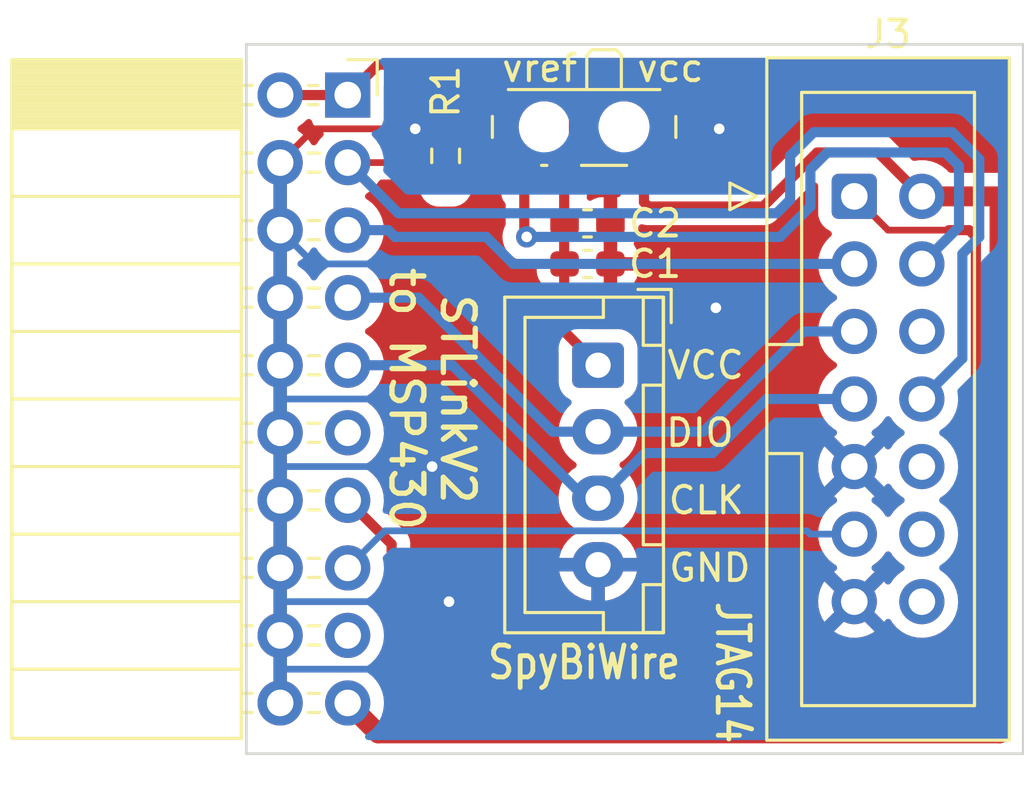
<source format=kicad_pcb>
(kicad_pcb (version 20211014) (generator pcbnew)
  (layers (0 "F.Cu" mixed) (31 "B.Cu" mixed) (35 "F.Paste" user) (37 "F.SilkS" user "F.Silkscreen") (38 "B.Mask" user) (39 "F.Mask" user) (44 "Edge.Cuts" user))
  (net 0 "")
  (net 1 "/VT")
  (net 2 "GND")
  (net 3 "+3.3V")
  (net 4 "/nTRST")
  (net 5 "/TDI")
  (net 6 "/TMS_DIO")
  (net 7 "/TCK_CLK")
  (net 9 "/RST")
  (net 11 "/TDO")
  (net 12 "Net-(J3-Pad4)")
  (footprint "Connector_IDC:IDC-Header_2x07_P2.54mm_Vertical" (layer "F.Cu") (at 138.43 85.09)
    (fp_text reference "J3" (at 1.27 -6.1) (layer "F.SilkS"))
    (fp_text value "MSP430")
    (fp_line (start 5.83 -5.21) (end 5.83 20.45) (layer "F.SilkS") (width 0.12))
    (fp_line (start -3.29 -5.21) (end 5.83 -5.21) (layer "F.SilkS") (width 0.12))
    (fp_line (start -4.68 -0.5) (end -4.68 0.5) (layer "F.SilkS") (width 0.12))
    (fp_line (start -3.29 20.45) (end -3.29 -5.21) (layer "F.SilkS") (width 0.12))
    (fp_line (start -1.98 19.15) (end -1.98 9.67) (layer "F.SilkS") (width 0.12))
    (fp_line (start -4.68 0.5) (end -3.68 0) (layer "F.SilkS") (width 0.12))
    (fp_line (start -1.98 5.57) (end -1.98 -3.91) (layer "F.SilkS") (width 0.12))
    (fp_line (start -1.98 9.67) (end -1.98 9.67) (layer "F.SilkS") (width 0.12))
    (fp_line (start -1.98 -3.91) (end 4.52 -3.91) (layer "F.SilkS") (width 0.12))
    (fp_line (start -3.68 0) (end -4.68 -0.5) (layer "F.SilkS") (width 0.12))
    (fp_line (start 4.52 19.15) (end -1.98 19.15) (layer "F.SilkS") (width 0.12))
    (fp_line (start 5.83 20.45) (end -3.29 20.45) (layer "F.SilkS") (width 0.12))
    (fp_line (start -3.29 5.57) (end -1.98 5.57) (layer "F.SilkS") (width 0.12))
    (fp_line (start -1.98 9.67) (end -3.29 9.67) (layer "F.SilkS") (width 0.12))
    (fp_line (start 4.52 -3.91) (end 4.52 19.15) (layer "F.SilkS") (width 0.12))
    (pad "1" thru_hole roundrect (at 0 0) (size 1.7 1.7) (drill 1) (layers *.Cu *.Mask) (roundrect_rratio 0.147059) (net 11 "/TDO"))
    (pad "2" thru_hole circle (at 2.54 0) (size 1.7 1.7) (drill 1) (layers *.Cu *.Mask) (net 3 "+3.3V"))
    (pad "3" thru_hole circle (at 0 2.54) (size 1.7 1.7) (drill 1) (layers *.Cu *.Mask) (net 5 "/TDI"))
    (pad "4" thru_hole circle (at 2.54 2.54) (size 1.7 1.7) (drill 1) (layers *.Cu *.Mask) (net 12 "Net-(J3-Pad4)"))
    (pad "5" thru_hole circle (at 0 5.08) (size 1.7 1.7) (drill 1) (layers *.Cu *.Mask) (net 6 "/TMS_DIO"))
    (pad "6" thru_hole circle (at 2.54 5.08) (size 1.7 1.7) (drill 1) (layers *.Cu *.Mask))
    (pad "7" thru_hole circle (at 0 7.62) (size 1.7 1.7) (drill 1) (layers *.Cu *.Mask) (net 7 "/TCK_CLK"))
    (pad "8" thru_hole circle (at 2.54 7.62) (size 1.7 1.7) (drill 1) (layers *.Cu *.Mask) (net 4 "/nTRST"))
    (pad "9" thru_hole circle (at 0 10.16) (size 1.7 1.7) (drill 1) (layers *.Cu *.Mask) (net 2 "GND"))
    (pad "10" thru_hole circle (at 2.54 10.16) (size 1.7 1.7) (drill 1) (layers *.Cu *.Mask))
    (pad "11" thru_hole circle (at 0 12.7) (size 1.7 1.7) (drill 1) (layers *.Cu *.Mask) (net 9 "/RST"))
    (pad "12" thru_hole circle (at 2.54 12.7) (size 1.7 1.7) (drill 1) (layers *.Cu *.Mask))
    (pad "13" thru_hole circle (at 0 15.24) (size 1.7 1.7) (drill 1) (layers *.Cu *.Mask) (net 2 "GND"))
    (pad "14" thru_hole circle (at 2.54 15.24) (size 1.7 1.7) (drill 1) (layers *.Cu *.Mask))
  )
  (footprint "Capacitor_SMD:C_0603_1608Metric_Pad1.08x0.95mm_HandSolder" (layer "F.Cu") (at 128.397 87.63)
    (fp_text reference "C1" (at 2.54 0) (layer "F.SilkS"))
    (fp_text value "100n")
    (fp_line (start -0.146267 -0.51) (end 0.146267 -0.51) (layer "F.SilkS") (width 0.12))
    (fp_line (start -0.146267 0.51) (end 0.146267 0.51) (layer "F.SilkS") (width 0.12))
    (pad "1" smd roundrect (at -0.8625 0) (size 1.075 0.95) (layers "F.Cu" "F.Paste" "F.Mask") (net 1 "/VT"))
    (pad "2" smd roundrect (at 0.8625 0) (size 1.075 0.95) (layers "F.Cu" "F.Paste" "F.Mask") (net 2 "GND"))
  )
  (footprint "Resistor_SMD:R_0603_1608Metric_Pad0.98x0.95mm_HandSolder" (layer "F.Cu") (at 123.063 83.566 90)
    (fp_text reference "R1" (at 2.413 0 90) (layer "F.SilkS"))
    (fp_text value "10K")
    (fp_line (start -0.254724 -0.5225) (end 0.254724 -0.5225) (layer "F.SilkS") (width 0.12))
    (fp_line (start -0.254724 0.5225) (end 0.254724 0.5225) (layer "F.SilkS") (width 0.12))
    (pad "1" smd roundrect (at -0.9125 0 90) (size 0.975 0.95) (layers "F.Cu" "F.Paste" "F.Mask") (net 4 "/nTRST"))
    (pad "2" smd roundrect (at 0.9125 0 90) (size 0.975 0.95) (layers "F.Cu" "F.Paste" "F.Mask") (net 2 "GND"))
  )
  (footprint "lib:SW_SPDT_PCM12" (layer "F.Cu") (at 128.27 82.804 180)
    (fp_text reference "SW1" hide)
    (fp_text value "VCC")
    (fp_line (start 3.45 0.72) (end 3.45 -0.07) (layer "F.SilkS") (width 0.12))
    (fp_line (start -0.1 3.02) (end -0.3 3.23) (layer "F.SilkS") (width 0.12))
    (fp_line (start -3.45 -0.07) (end -3.45 0.72) (layer "F.SilkS") (width 0.12))
    (fp_line (start -0.1 3.02) (end -0.1 1.73) (layer "F.SilkS") (width 0.12))
    (fp_line (start -1.2 3.23) (end -0.3 3.23) (layer "F.SilkS") (width 0.12))
    (fp_line (start 1.4 -1.12) (end 1.6 -1.12) (layer "F.SilkS") (width 0.12))
    (fp_line (start -2.85 1.73) (end 2.85 1.73) (layer "F.SilkS") (width 0.12))
    (fp_line (start -1.4 1.73) (end -1.4 3.02) (layer "F.SilkS") (width 0.12))
    (fp_line (start -1.6 -1.12) (end 0.1 -1.12) (layer "F.SilkS") (width 0.12))
    (fp_line (start -1.4 3.02) (end -1.2 3.23) (layer "F.SilkS") (width 0.12))
    (pad "" np_thru_hole circle (at -1.5 0.33 180) (size 0.9 0.9) (drill 0.9) (layers *.Cu *.Mask))
    (pad "" np_thru_hole circle (at 1.5 0.33 180) (size 0.9 0.9) (drill 0.9) (layers *.Cu *.Mask))
    (pad "1" smd rect (at -2.25 -1.43 180) (size 0.7 1.5) (layers "F.Cu" "F.Paste" "F.Mask") (net 3 "+3.3V"))
    (pad "2" smd rect (at 0.75 -1.43 180) (size 0.7 1.5) (layers "F.Cu" "F.Paste" "F.Mask") (net 1 "/VT"))
    (pad "3" smd rect (at 2.25 -1.43 180) (size 0.7 1.5) (layers "F.Cu" "F.Paste" "F.Mask") (net 12 "Net-(J3-Pad4)"))
    (pad "4" smd rect (at -3.65 1.43 180) (size 1 0.8) (layers "F.Cu" "F.Paste" "F.Mask") (net 2 "GND"))
    (pad "4" smd rect (at 3.65 1.43 180) (size 1 0.8) (layers "F.Cu" "F.Paste" "F.Mask") (net 2 "GND"))
    (pad "4" smd rect (at -3.65 -0.78 180) (size 1 0.8) (layers "F.Cu" "F.Paste" "F.Mask") (net 2 "GND"))
    (pad "4" smd rect (at 3.65 -0.78 180) (size 1 0.8) (layers "F.Cu" "F.Paste" "F.Mask") (net 2 "GND"))
  )
  (footprint "Connector_JST:JST_XH_B4B-XH-A_1x04_P2.50mm_Vertical" (layer "F.Cu") (at 128.795 91.44 -90)
    (fp_text reference "J2" hide)
    (fp_text value "SpiBiWire")
    (fp_line (start 10.06 -2.46) (end -2.56 -2.46) (layer "F.SilkS") (width 0.12))
    (fp_line (start 10.05 -1.7) (end 10.05 -2.45) (layer "F.SilkS") (width 0.12))
    (fp_line (start -1.6 -2.75) (end -2.85 -2.75) (layer "F.SilkS") (width 0.12))
    (fp_line (start 8.25 -2.45) (end 8.25 -1.7) (layer "F.SilkS") (width 0.12))
    (fp_line (start -0.75 -2.45) (end -2.55 -2.45) (layer "F.SilkS") (width 0.12))
    (fp_line (start 0.75 -1.7) (end 6.75 -1.7) (layer "F.SilkS") (width 0.12))
    (fp_line (start -0.75 -1.7) (end -0.75 -2.45) (layer "F.SilkS") (width 0.12))
    (fp_line (start 9.3 -0.2) (end 9.3 2.75) (layer "F.SilkS") (width 0.12))
    (fp_line (start -2.55 -1.7) (end -0.75 -1.7) (layer "F.SilkS") (width 0.12))
    (fp_line (start 10.05 -2.45) (end 8.25 -2.45) (layer "F.SilkS") (width 0.12))
    (fp_line (start -2.56 3.51) (end 10.06 3.51) (layer "F.SilkS") (width 0.12))
    (fp_line (start -1.8 2.75) (end 3.75 2.75) (layer "F.SilkS") (width 0.12))
    (fp_line (start 0.75 -2.45) (end 0.75 -1.7) (layer "F.SilkS") (width 0.12))
    (fp_line (start -2.55 -2.45) (end -2.55 -1.7) (layer "F.SilkS") (width 0.12))
    (fp_line (start 6.75 -1.7) (end 6.75 -2.45) (layer "F.SilkS") (width 0.12))
    (fp_line (start -2.55 -0.2) (end -1.8 -0.2) (layer "F.SilkS") (width 0.12))
    (fp_line (start 6.75 -2.45) (end 0.75 -2.45) (layer "F.SilkS") (width 0.12))
    (fp_line (start 10.06 3.51) (end 10.06 -2.46) (layer "F.SilkS") (width 0.12))
    (fp_line (start 9.3 2.75) (end 3.75 2.75) (layer "F.SilkS") (width 0.12))
    (fp_line (start -1.8 -0.2) (end -1.8 2.75) (layer "F.SilkS") (width 0.12))
    (fp_line (start 10.05 -0.2) (end 9.3 -0.2) (layer "F.SilkS") (width 0.12))
    (fp_line (start -2.85 -2.75) (end -2.85 -1.5) (layer "F.SilkS") (width 0.12))
    (fp_line (start -2.56 -2.46) (end -2.56 3.51) (layer "F.SilkS") (width 0.12))
    (fp_line (start 8.25 -1.7) (end 10.05 -1.7) (layer "F.SilkS") (width 0.12))
    (pad "1" thru_hole roundrect (at 0 0 270) (size 1.7 1.95) (drill 0.95) (layers *.Cu *.Mask) (roundrect_rratio 0.147059) (net 1 "/VT"))
    (pad "2" thru_hole oval (at 2.5 0 270) (size 1.7 1.95) (drill 0.95) (layers *.Cu *.Mask) (net 6 "/TMS_DIO"))
    (pad "3" thru_hole oval (at 5 0 270) (size 1.7 1.95) (drill 0.95) (layers *.Cu *.Mask) (net 7 "/TCK_CLK"))
    (pad "4" thru_hole oval (at 7.5 0 270) (size 1.7 1.95) (drill 0.95) (layers *.Cu *.Mask) (net 2 "GND"))
  )
  (footprint "Connector_PinSocket_2.54mm:PinSocket_2x10_P2.54mm_Horizontal" (layer "F.Cu") (at 119.38 81.28)
    (fp_text reference "J1" hide)
    (fp_text value "STLINK" hide)
    (fp_line (start -12.63 0.561425) (end -4 0.561425) (layer "F.SilkS") (width 0.12))
    (fp_line (start -4 23.22) (end -3.59 23.22) (layer "F.SilkS") (width 0.12))
    (fp_line (start -12.63 1.27) (end -4 1.27) (layer "F.SilkS") (width 0.12))
    (fp_line (start -4 19.96) (end -3.59 19.96) (layer "F.SilkS") (width 0.12))
    (fp_line (start -12.63 1.1519) (end -4 1.1519) (layer "F.SilkS") (width 0.12))
    (fp_line (start -4 18.14) (end -3.59 18.14) (layer "F.SilkS") (width 0.12))
    (fp_line (start -12.63 -0.02905) (end -4 -0.02905) (layer "F.SilkS") (width 0.12))
    (fp_line (start -12.63 -0.147145) (end -4 -0.147145) (layer "F.SilkS") (width 0.12))
    (fp_line (start -12.63 -0.26524) (end -4 -0.26524) (layer "F.SilkS") (width 0.12))
    (fp_line (start -12.63 0.91571) (end -4 0.91571) (layer "F.SilkS") (width 0.12))
    (fp_line (start -12.63 -1.33) (end -4 -1.33) (layer "F.SilkS") (width 0.12))
    (fp_line (start -4 9.8) (end -3.59 9.8) (layer "F.SilkS") (width 0.12))
    (fp_line (start -12.63 0.325235) (end -4 0.325235) (layer "F.SilkS") (width 0.12))
    (fp_line (start -1.49 19.96) (end -1.05 19.96) (layer "F.SilkS") (width 0.12))
    (fp_line (start -12.63 16.51) (end -4 16.51) (layer "F.SilkS") (width 0.12))
    (fp_line (start -4 -1.33) (end -4 24.19) (layer "F.SilkS") (width 0.12))
    (fp_line (start -12.63 -1.33) (end -12.63 24.19) (layer "F.SilkS") (width 0.12))
    (fp_line (start -1.49 5.44) (end -1.05 5.44) (layer "F.SilkS") (width 0.12))
    (fp_line (start -12.63 6.35) (end -4 6.35) (layer "F.SilkS") (width 0.12))
    (fp_line (start -4 22.5) (end -3.59 22.5) (layer "F.SilkS") (width 0.12))
    (fp_line (start -12.63 -1.21) (end -4 -1.21) (layer "F.SilkS") (width 0.12))
    (fp_line (start -4 14.88) (end -3.59 14.88) (layer "F.SilkS") (width 0.12))
    (fp_line (start -12.63 0.44333) (end -4 0.44333) (layer "F.SilkS") (width 0.12))
    (fp_line (start -12.63 -1.091905) (end -4 -1.091905) (layer "F.SilkS") (width 0.12))
    (fp_line (start -1.49 20.68) (end -1.05 20.68) (layer "F.SilkS") (width 0.12))
    (fp_line (start -12.63 19.05) (end -4 19.05) (layer "F.SilkS") (width 0.12))
    (fp_line (start -12.63 0.797615) (end -4 0.797615) (layer "F.SilkS") (width 0.12))
    (fp_line (start -4 7.26) (end -3.59 7.26) (layer "F.SilkS") (width 0.12))
    (fp_line (start -12.63 -0.855715) (end -4 -0.855715) (layer "F.SilkS") (width 0.12))
    (fp_line (start -4 10.52) (end -3.59 10.52) (layer "F.SilkS") (width 0.12))
    (fp_line (start -1.49 2.18) (end -1.05 2.18) (layer "F.SilkS") (width 0.12))
    (fp_line (start -12.63 -0.97381) (end -4 -0.97381) (layer "F.SilkS") (width 0.12))
    (fp_line (start -12.63 -0.383335) (end -4 -0.383335) (layer "F.SilkS") (width 0.12))
    (fp_line (start -1.49 2.9) (end -1.05 2.9) (layer "F.SilkS") (width 0.12))
    (fp_line (start -1.49 22.5) (end -1.05 22.5) (layer "F.SilkS") (width 0.12))
    (fp_line (start -1.49 13.06) (end -1.05 13.06) (layer "F.SilkS") (width 0.12))
    (fp_line (start -12.63 -0.50143) (end -4 -0.50143) (layer "F.SilkS") (width 0.12))
    (fp_line (start -12.63 0.20714) (end -4 0.20714) (layer "F.SilkS") (width 0.12))
    (fp_line (start -12.63 0.089045) (end -4 0.089045) (layer "F.SilkS") (width 0.12))
    (fp_line (start -4 5.44) (end -3.59 5.44) (layer "F.SilkS") (width 0.12))
    (fp_line (start -4 4.72) (end -3.59 4.72) (layer "F.SilkS") (width 0.12))
    (fp_line (start -1.49 7.98) (end -1.05 7.98) (layer "F.SilkS") (width 0.12))
    (fp_line (start -4 2.9) (end -3.59 2.9) (layer "F.SilkS") (width 0.12))
    (fp_line (start -12.63 1.033805) (end -4 1.033805) (layer "F.SilkS") (width 0.12))
    (fp_line (start -1.49 12.34) (end -1.05 12.34) (layer "F.SilkS") (width 0.12))
    (fp_line (start -12.63 11.43) (end -4 11.43) (layer "F.SilkS") (width 0.12))
    (fp_line (start -4 13.06) (end -3.59 13.06) (layer "F.SilkS") (width 0.12))
    (fp_line (start -1.49 0.36) (end -1.11 0.36) (layer "F.SilkS") (width 0.12))
    (fp_line (start -1.49 14.88) (end -1.05 14.88) (layer "F.SilkS") (width 0.12))
    (fp_line (start -4 2.18) (end -3.59 2.18) (layer "F.SilkS") (width 0.12))
    (fp_line (start -12.63 -0.619525) (end -4 -0.619525) (layer "F.SilkS") (width 0.12))
    (fp_line (start -1.49 17.42) (end -1.05 17.42) (layer "F.SilkS") (width 0.12))
    (fp_line (start -4 15.6) (end -3.59 15.6) (layer "F.SilkS") (width 0.12))
    (fp_line (start -4 20.68) (end -3.59 20.68) (layer "F.SilkS") (width 0.12))
    (fp_line (start -1.49 7.26) (end -1.05 7.26) (layer "F.SilkS") (width 0.12))
    (fp_line (start -1.49 9.8) (end -1.05 9.8) (layer "F.SilkS") (width 0.12))
    (fp_line (start -12.63 -0.73762) (end -4 -0.73762) (layer "F.SilkS") (width 0.12))
    (fp_line (start -12.63 13.97) (end -4 13.97) (layer "F.SilkS") (width 0.12))
    (fp_line (start 0 -1.33) (end 1.11 -1.33) (layer "F.SilkS") (width 0.12))
    (fp_line (start -1.49 15.6) (end -1.05 15.6) (layer "F.SilkS") (width 0.12))
    (fp_line (start -1.49 10.52) (end -1.05 10.52) (layer "F.SilkS") (width 0.12))
    (fp_line (start -12.63 24.19) (end -4 24.19) (layer "F.SilkS") (width 0.12))
    (fp_line (start -1.49 18.14) (end -1.05 18.14) (layer "F.SilkS") (width 0.12))
    (fp_line (start -4 12.34) (end -3.59 12.34) (layer "F.SilkS") (width 0.12))
    (fp_line (start -1.49 4.72) (end -1.05 4.72) (layer "F.SilkS") (width 0.12))
    (fp_line (start -4 17.42) (end -3.59 17.42) (layer "F.SilkS") (width 0.12))
    (fp_line (start -4 7.98) (end -3.59 7.98) (layer "F.SilkS") (width 0.12))
    (fp_line (start -12.63 3.81) (end -4 3.81) (layer "F.SilkS") (width 0.12))
    (fp_line (start -1.49 -0.36) (end -1.11 -0.36) (layer "F.SilkS") (width 0.12))
    (fp_line (start 1.11 -1.33) (end 1.11 0) (layer "F.SilkS") (width 0.12))
    (fp_line (start -12.63 0.67952) (end -4 0.67952) (layer "F.SilkS") (width 0.12))
    (fp_line (start -12.63 21.59) (end -4 21.59) (layer "F.SilkS") (width 0.12))
    (fp_line (start -4 -0.36) (end -3.59 -0.36) (layer "F.SilkS") (width 0.12))
    (fp_line (start -12.63 8.89) (end -4 8.89) (layer "F.SilkS") (width 0.12))
    (fp_line (start -4 0.36) (end -3.59 0.36) (layer "F.SilkS") (width 0.12))
    (fp_line (start -1.49 23.22) (end -1.05 23.22) (layer "F.SilkS") (width 0.12))
    (pad "1" thru_hole rect locked (at 0 0) (size 1.7 1.7) (drill 1) (layers *.Cu *.Mask) (net 1 "/VT"))
    (pad "2" thru_hole oval locked (at -2.54 0) (size 1.7 1.7) (drill 1) (layers *.Cu *.Mask) (net 1 "/VT"))
    (pad "3" thru_hole oval locked (at 0 2.54) (size 1.7 1.7) (drill 1) (layers *.Cu *.Mask) (net 4 "/nTRST"))
    (pad "4" thru_hole oval locked (at -2.54 2.54) (size 1.7 1.7) (drill 1) (layers *.Cu *.Mask) (net 2 "GND"))
    (pad "5" thru_hole oval locked (at 0 5.08) (size 1.7 1.7) (drill 1) (layers *.Cu *.Mask) (net 5 "/TDI"))
    (pad "6" thru_hole oval locked (at -2.54 5.08) (size 1.7 1.7) (drill 1) (layers *.Cu *.Mask) (net 2 "GND"))
    (pad "7" thru_hole oval locked (at 0 7.62) (size 1.7 1.7) (drill 1) (layers *.Cu *.Mask) (net 6 "/TMS_DIO"))
    (pad "8" thru_hole oval locked (at -2.54 7.62) (size 1.7 1.7) (drill 1) (layers *.Cu *.Mask) (net 2 "GND"))
    (pad "9" thru_hole oval locked (at 0 10.16) (size 1.7 1.7) (drill 1) (layers *.Cu *.Mask) (net 7 "/TCK_CLK"))
    (pad "10" thru_hole oval locked (at -2.54 10.16) (size 1.7 1.7) (drill 1) (layers *.Cu *.Mask) (net 2 "GND"))
    (pad "11" thru_hole oval locked (at 0 12.7) (size 1.7 1.7) (drill 1) (layers *.Cu *.Mask))
    (pad "12" thru_hole oval locked (at -2.54 12.7) (size 1.7 1.7) (drill 1) (layers *.Cu *.Mask) (net 2 "GND"))
    (pad "13" thru_hole oval locked (at 0 15.24) (size 1.7 1.7) (drill 1) (layers *.Cu *.Mask) (net 11 "/TDO"))
    (pad "14" thru_hole oval locked (at -2.54 15.24) (size 1.7 1.7) (drill 1) (layers *.Cu *.Mask) (net 2 "GND"))
    (pad "15" thru_hole oval locked (at 0 17.78) (size 1.7 1.7) (drill 1) (layers *.Cu *.Mask) (net 9 "/RST"))
    (pad "16" thru_hole oval locked (at -2.54 17.78) (size 1.7 1.7) (drill 1) (layers *.Cu *.Mask) (net 2 "GND"))
    (pad "17" thru_hole oval locked (at 0 20.32) (size 1.7 1.7) (drill 1) (layers *.Cu *.Mask))
    (pad "18" thru_hole oval locked (at -2.54 20.32) (size 1.7 1.7) (drill 1) (layers *.Cu *.Mask) (net 2 "GND"))
    (pad "19" thru_hole oval locked (at 0 22.86) (size 1.7 1.7) (drill 1) (layers *.Cu *.Mask) (net 3 "+3.3V"))
    (pad "20" thru_hole oval locked (at -2.54 22.86) (size 1.7 1.7) (drill 1) (layers *.Cu *.Mask) (net 2 "GND"))
  )
  (footprint "Capacitor_SMD:C_0603_1608Metric_Pad1.08x0.95mm_HandSolder" (layer "F.Cu") (at 128.397 86.106)
    (fp_text reference "C2" (at 2.54 0) (layer "F.SilkS"))
    (fp_text value "10µ")
    (fp_line (start -0.146267 0.51) (end 0.146267 0.51) (layer "F.SilkS") (width 0.12))
    (fp_line (start -0.146267 -0.51) (end 0.146267 -0.51) (layer "F.SilkS") (width 0.12))
    (pad "1" smd roundrect (at -0.8625 0) (size 1.075 0.95) (layers "F.Cu" "F.Paste" "F.Mask") (net 1 "/VT"))
    (pad "2" smd roundrect (at 0.8625 0) (size 1.075 0.95) (layers "F.Cu" "F.Paste" "F.Mask") (net 2 "GND"))
  )
  (gr_line (start 144.78 79.375) (end 144.78 106.045) (layer "Edge.Cuts") (width 0.1))
  (gr_line (start 115.57 79.375) (end 144.78 79.375) (layer "Edge.Cuts") (width 0.1))
  (gr_line (start 115.57 79.375) (end 115.57 106.045) (layer "Edge.Cuts") (width 0.1))
  (gr_line (start 144.78 106.045) (end 115.57 106.045) (layer "Edge.Cuts") (width 0.1))
  (gr_text "vref" (at 125.095 80.264) (layer "F.SilkS") (effects (font (size 1 1)) (justify left)))
  (gr_text "vcc" (at 130.175 80.264) (layer "F.SilkS") (effects (font (size 1 1)) (justify left)))
  (gr_text "SpyBiWire" (at 128.27 102.616) (layer "F.SilkS") (effects (font (size 1.2 1) (thickness 0.18))))
  (gr_text "VCC" (at 134.366 91.44) (layer "F.SilkS") (effects (font (size 1 1)) (justify right)))
  (gr_text "STLinkV2\nto MSP430" (at 122.555 92.71 270) (layer "F.SilkS") (effects (font (size 1.2 1.2) (thickness 0.2))))
  (gr_text "JTAG14" (at 133.858 102.997 270) (layer "F.SilkS") (effects (font (size 1.2 1) (thickness 0.18))))
  (gr_text "CLK" (at 134.366 96.52) (layer "F.SilkS") (effects (font (size 1 1)) (justify right)))
  (gr_text "DIO" (at 133.985 93.98) (layer "F.SilkS") (effects (font (size 1 1)) (justify right)))
  (gr_text "GND" (at 134.62 99.06) (layer "F.SilkS") (effects (font (size 1 1)) (justify right)))
  (segment (start 127.52 90.165) (end 128.795 91.44) (width 0.381) (layer "F.Cu") (net 1))
  (segment (start 120.523 80.137) (end 127.254 80.137) (width 0.381) (layer "F.Cu") (net 1))
  (segment (start 127.52 84.234) (end 127.52 90.165) (width 0.381) (layer "F.Cu") (net 1))
  (segment (start 119.38 81.28) (end 120.523 80.137) (width 0.381) (layer "F.Cu") (net 1))
  (segment (start 127.889 80.772) (end 127.889 83.865) (width 0.381) (layer "F.Cu") (net 1))
  (segment (start 127.889 83.865) (end 127.52 84.234) (width 0.381) (layer "F.Cu") (net 1))
  (segment (start 127.254 80.137) (end 127.889 80.772) (width 0.381) (layer "F.Cu") (net 1))
  (segment (start 119.38 81.28) (end 116.84 81.28) (width 0.381) (layer "F.Cu") (net 1))
  (segment (start 116.84 83.82) (end 118.11 82.55) (width 0.254) (layer "F.Cu") (net 2))
  (segment (start 121.92 82.55) (end 122.9595 82.55) (width 0.254) (layer "F.Cu") (net 2))
  (segment (start 118.11 82.55) (end 121.92 82.55) (width 0.254) (layer "F.Cu") (net 2))
  (segment (start 122.9595 82.55) (end 123.063 82.6535) (width 0.254) (layer "F.Cu") (net 2))
  (via (at 133.223 89.281) (size 0.8) (drill 0.4) (layers "F.Cu" "B.Cu") (net 2))
  (via (at 121.92 82.55) (size 0.8) (drill 0.4) (layers "F.Cu" "B.Cu") (net 2))
  (via (at 133.35 82.55) (size 0.8) (drill 0.4) (layers "F.Cu" "B.Cu") (net 2))
  (via (at 122.555 95.25) (size 0.8) (drill 0.4) (layers "F.Cu" "B.Cu") (net 2))
  (via (at 123.19 100.33) (size 0.8) (drill 0.4) (layers "F.Cu" "B.Cu") (net 2))
  (segment (start 133.096 89.408) (end 133.223 89.281) (width 0.254) (layer "B.Cu") (net 2))
  (segment (start 116.84 99.06) (end 116.84 100.33) (width 0.254) (layer "B.Cu") (net 2))
  (segment (start 123.952 87.63) (end 125.73 89.408) (width 0.254) (layer "B.Cu") (net 2))
  (segment (start 122.047 92.71) (end 122.555 93.218) (width 0.254) (layer "B.Cu") (net 2))
  (segment (start 123.19 102.87) (end 116.84 102.87) (width 0.254) (layer "B.Cu") (net 2))
  (segment (start 116.84 93.98) (end 116.84 95.377) (width 0.381) (layer "B.Cu") (net 2))
  (segment (start 123.19 100.33) (end 123.19 102.87) (width 0.254) (layer "B.Cu") (net 2))
  (segment (start 125.73 89.408) (end 133.096 89.408) (width 0.254) (layer "B.Cu") (net 2))
  (segment (start 118.11 87.63) (end 123.952 87.63) (width 0.254) (layer "B.Cu") (net 2))
  (segment (start 116.84 102.87) (end 116.84 104.14) (width 0.254) (layer "B.Cu") (net 2))
  (segment (start 122.555 93.218) (end 122.555 95.25) (width 0.254) (layer "B.Cu") (net 2))
  (segment (start 116.84 100.33) (end 116.84 101.6) (width 0.254) (layer "B.Cu") (net 2))
  (segment (start 116.84 95.377) (end 116.84 96.52) (width 0.381) (layer "B.Cu") (net 2))
  (segment (start 122.555 95.25) (end 116.967 95.25) (width 0.254) (layer "B.Cu") (net 2))
  (segment (start 123.19 100.33) (end 116.84 100.33) (width 0.254) (layer "B.Cu") (net 2))
  (segment (start 116.84 92.71) (end 122.047 92.71) (width 0.254) (layer "B.Cu") (net 2))
  (segment (start 116.84 86.36) (end 118.11 87.63) (width 0.254) (layer "B.Cu") (net 2))
  (segment (start 116.84 101.6) (end 116.84 102.87) (width 0.254) (layer "B.Cu") (net 2))
  (segment (start 116.967 95.25) (end 116.84 95.377) (width 0.254) (layer "B.Cu") (net 2))
  (segment (start 116.84 91.44) (end 116.84 92.71) (width 0.254) (layer "B.Cu") (net 2))
  (segment (start 130.52 84.234) (end 130.52 85.308) (width 0.381) (layer "F.Cu") (net 3))
  (segment (start 120.523 105.283) (end 119.38 104.14) (width 0.75) (layer "F.Cu") (net 3))
  (segment (start 140.97 85.09) (end 143.891 85.09) (width 0.75) (layer "F.Cu") (net 3))
  (segment (start 137.033 83.439) (end 139.319 83.439) (width 0.381) (layer "F.Cu") (net 3))
  (segment (start 130.52 85.308) (end 130.683 85.471) (width 0.381) (layer "F.Cu") (net 3))
  (segment (start 143.891 105.283) (end 120.523 105.283) (width 0.75) (layer "F.Cu") (net 3))
  (segment (start 130.683 85.471) (end 135.001 85.471) (width 0.381) (layer "F.Cu") (net 3))
  (segment (start 143.891 85.09) (end 143.891 105.283) (width 0.75) (layer "F.Cu") (net 3))
  (segment (start 135.001 85.471) (end 137.033 83.439) (width 0.381) (layer "F.Cu") (net 3))
  (segment (start 139.319 83.439) (end 140.97 85.09) (width 0.381) (layer "F.Cu") (net 3))
  (segment (start 119.38 83.82) (end 122.4045 83.82) (width 0.254) (layer "F.Cu") (net 4))
  (segment (start 122.4045 83.82) (end 123.063 84.4785) (width 0.254) (layer "F.Cu") (net 4))
  (segment (start 136.906 82.677) (end 142.113 82.677) (width 0.381) (layer "B.Cu") (net 4))
  (segment (start 119.38 83.82) (end 121.285 85.725) (width 0.381) (layer "B.Cu") (net 4))
  (segment (start 142.494 87.249) (end 142.494 91.186) (width 0.381) (layer "B.Cu") (net 4))
  (segment (start 143.129 86.614) (end 142.494 87.249) (width 0.381) (layer "B.Cu") (net 4))
  (segment (start 143.129 83.693) (end 143.129 86.614) (width 0.381) (layer "B.Cu") (net 4))
  (segment (start 136.017 85.217) (end 135.509 85.725) (width 0.381) (layer "B.Cu") (net 4))
  (segment (start 121.285 85.725) (end 135.509 85.725) (width 0.381) (layer "B.Cu") (net 4))
  (segment (start 142.113 82.677) (end 143.129 83.693) (width 0.381) (layer "B.Cu") (net 4))
  (segment (start 136.017 83.566) (end 136.906 82.677) (width 0.381) (layer "B.Cu") (net 4))
  (segment (start 136.017 85.217) (end 136.017 83.566) (width 0.381) (layer "B.Cu") (net 4))
  (segment (start 142.494 91.186) (end 140.97 92.71) (width 0.381) (layer "B.Cu") (net 4))
  (segment (start 124.587 86.614) (end 125.603 87.63) (width 0.381) (layer "B.Cu") (net 5))
  (segment (start 119.38 86.36) (end 120.904 86.36) (width 0.381) (layer "B.Cu") (net 5))
  (segment (start 125.603 87.63) (end 138.43 87.63) (width 0.381) (layer "B.Cu") (net 5))
  (segment (start 121.158 86.614) (end 124.587 86.614) (width 0.381) (layer "B.Cu") (net 5))
  (segment (start 120.904 86.36) (end 121.158 86.614) (width 0.381) (layer "B.Cu") (net 5))
  (segment (start 128.795 93.94) (end 132.755 93.94) (width 0.381) (layer "B.Cu") (net 6))
  (segment (start 122.047 88.9) (end 127.087 93.94) (width 0.381) (layer "B.Cu") (net 6))
  (segment (start 136.525 90.17) (end 132.755 93.94) (width 0.381) (layer "B.Cu") (net 6))
  (segment (start 119.38 88.9) (end 122.047 88.9) (width 0.381) (layer "B.Cu") (net 6))
  (segment (start 138.43 90.17) (end 136.525 90.17) (width 0.381) (layer "B.Cu") (net 6))
  (segment (start 127.087 93.94) (end 128.795 93.94) (width 0.381) (layer "B.Cu") (net 6))
  (segment (start 128.317 96.44) (end 128.795 96.44) (width 0.381) (layer "B.Cu") (net 7))
  (segment (start 123.317 91.44) (end 128.317 96.44) (width 0.381) (layer "B.Cu") (net 7))
  (segment (start 138.43 92.71) (end 135.128 92.71) (width 0.381) (layer "B.Cu") (net 7))
  (segment (start 119.38 91.44) (end 123.317 91.44) (width 0.381) (layer "B.Cu") (net 7))
  (segment (start 130.556 94.742) (end 128.858 96.44) (width 0.381) (layer "B.Cu") (net 7))
  (segment (start 128.858 96.44) (end 128.795 96.44) (width 0.381) (layer "B.Cu") (net 7))
  (segment (start 133.096 94.742) (end 130.556 94.742) (width 0.381) (layer "B.Cu") (net 7))
  (segment (start 135.128 92.71) (end 133.096 94.742) (width 0.381) (layer "B.Cu") (net 7))
  (segment (start 136.779 97.79) (end 138.43 97.79) (width 0.254) (layer "B.Cu") (net 9))
  (segment (start 120.773 97.667) (end 136.656 97.667) (width 0.254) (layer "B.Cu") (net 9))
  (segment (start 136.656 97.667) (end 136.779 97.79) (width 0.254) (layer "B.Cu") (net 9))
  (segment (start 119.38 99.06) (end 120.773 97.667) (width 0.254) (layer "B.Cu") (net 9))
  (segment (start 141.986 86.36) (end 139.7 86.36) (width 0.254) (layer "F.Cu") (net 11))
  (segment (start 142.748 86.36) (end 141.986 86.36) (width 0.381) (layer "F.Cu") (net 11))
  (segment (start 121.031 103.886) (end 121.412 104.267) (width 0.381) (layer "F.Cu") (net 11))
  (segment (start 121.031 98.171) (end 121.031 102.997) (width 0.381) (layer "F.Cu") (net 11))
  (segment (start 143.002 104.14) (end 143.002 86.614) (width 0.381) (layer "F.Cu") (net 11))
  (segment (start 142.875 104.267) (end 143.002 104.14) (width 0.381) (layer "F.Cu") (net 11))
  (segment (start 143.002 86.614) (end 142.748 86.36) (width 0.381) (layer "F.Cu") (net 11))
  (segment (start 121.031 102.997) (end 121.031 103.886) (width 0.381) (layer "F.Cu") (net 11))
  (segment (start 119.38 96.52) (end 121.031 98.171) (width 0.381) (layer "F.Cu") (net 11))
  (segment (start 139.7 86.36) (end 138.43 85.09) (width 0.254) (layer "F.Cu") (net 11))
  (segment (start 121.412 104.267) (end 142.875 104.267) (width 0.381) (layer "F.Cu") (net 11))
  (segment (start 126.02 84.234) (end 126.02 86.523) (width 0.381) (layer "F.Cu") (net 12))
  (segment (start 126.02 86.523) (end 126.111 86.614) (width 0.381) (layer "F.Cu") (net 12))
  (via (at 126.111 86.614) (size 0.8) (drill 0.4) (layers "F.Cu" "B.Cu") (net 12))
  (segment (start 136.779 85.471) (end 136.779 84.074) (width 0.381) (layer "B.Cu") (net 12))
  (segment (start 141.859 83.439) (end 142.367 83.947) (width 0.381) (layer "B.Cu") (net 12))
  (segment (start 142.367 83.947) (end 142.367 86.233) (width 0.381) (layer "B.Cu") (net 12))
  (segment (start 136.779 84.074) (end 137.414 83.439) (width 0.381) (layer "B.Cu") (net 12))
  (segment (start 137.414 83.439) (end 141.859 83.439) (width 0.381) (layer "B.Cu") (net 12))
  (segment (start 142.367 86.233) (end 140.97 87.63) (width 0.381) (layer "B.Cu") (net 12))
  (segment (start 126.111 86.614) (end 135.636 86.614) (width 0.381) (layer "B.Cu") (net 12))
  (segment (start 135.636 86.614) (end 136.779 85.471) (width 0.381) (layer "B.Cu") (net 12))
  (zone (net 2) (net_name "GND") (layers F&B.Cu) (connect_pads (clearance 0.508)) (min_thickness 0.254) (fill yes (thermal_gap 0.508) (thermal_bridge_width 0.508))
    (polygon (pts (xy 144.78 106.045) (xy 115.57 106.045) (xy 115.57 79.375) (xy 144.78 79.375)))
  )
)
</source>
